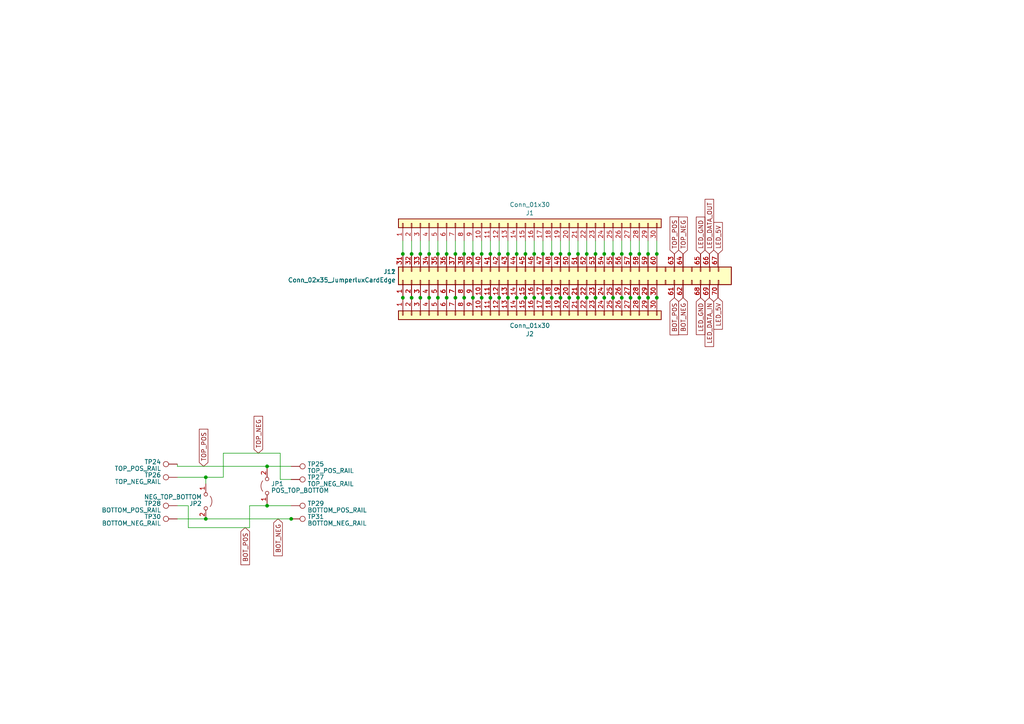
<source format=kicad_sch>
(kicad_sch (version 20230121) (generator eeschema)
  (paper "A4")
  (lib_symbols
    (symbol "Connector_Generic:Conn_01x30" (pin_names (offset 1.016) hide)
      (property "Reference" "J" (at 0 38.1 0))
      (property "Value" "Conn_01x30" (at 0 -40.64 0))
      (symbol "Conn_01x30_1_1"
        (rectangle (start -1.27 -37.973) (end 0 -38.227) (stroke (width 0.1524)))
        (rectangle (start -1.27 -35.433) (end 0 -35.687) (stroke (width 0.1524)))
        (rectangle (start -1.27 -32.893) (end 0 -33.147) (stroke (width 0.1524)))
        (rectangle (start -1.27 -30.353) (end 0 -30.607) (stroke (width 0.1524)))
        (rectangle (start -1.27 -27.813) (end 0 -28.067) (stroke (width 0.1524)))
        (rectangle (start -1.27 -25.273) (end 0 -25.527) (stroke (width 0.1524)))
        (rectangle (start -1.27 -22.733) (end 0 -22.987) (stroke (width 0.1524)))
        (rectangle (start -1.27 -20.193) (end 0 -20.447) (stroke (width 0.1524)))
        (rectangle (start -1.27 -17.653) (end 0 -17.907) (stroke (width 0.1524)))
        (rectangle (start -1.27 -15.113) (end 0 -15.367) (stroke (width 0.1524)))
        (rectangle (start -1.27 -12.573) (end 0 -12.827) (stroke (width 0.1524)))
        (rectangle (start -1.27 -10.033) (end 0 -10.287) (stroke (width 0.1524)))
        (rectangle (start -1.27 -7.493) (end 0 -7.747) (stroke (width 0.1524)))
        (rectangle (start -1.27 -4.953) (end 0 -5.207) (stroke (width 0.1524)))
        (rectangle (start -1.27 -2.413) (end 0 -2.667) (stroke (width 0.1524)))
        (rectangle (start -1.27 0.127) (end 0 -0.127) (stroke (width 0.1524)))
        (rectangle (start -1.27 2.667) (end 0 2.413) (stroke (width 0.1524)))
        (rectangle (start -1.27 5.207) (end 0 4.953) (stroke (width 0.1524)))
        (rectangle (start -1.27 7.747) (end 0 7.493) (stroke (width 0.1524)))
        (rectangle (start -1.27 10.287) (end 0 10.033) (stroke (width 0.1524)))
        (rectangle (start -1.27 12.827) (end 0 12.573) (stroke (width 0.1524)))
        (rectangle (start -1.27 15.367) (end 0 15.113) (stroke (width 0.1524)))
        (rectangle (start -1.27 17.907) (end 0 17.653) (stroke (width 0.1524)))
        (rectangle (start -1.27 20.447) (end 0 20.193) (stroke (width 0.1524)))
        (rectangle (start -1.27 22.987) (end 0 22.733) (stroke (width 0.1524)))
        (rectangle (start -1.27 25.527) (end 0 25.273) (stroke (width 0.1524)))
        (rectangle (start -1.27 28.067) (end 0 27.813) (stroke (width 0.1524)))
        (rectangle (start -1.27 30.607) (end 0 30.353) (stroke (width 0.1524)))
        (rectangle (start -1.27 33.147) (end 0 32.893) (stroke (width 0.1524)))
        (rectangle (start -1.27 35.687) (end 0 35.433) (stroke (width 0.1524)))
        (rectangle (start -1.27 36.83) (end 1.27 -39.37) (stroke (width 0.254)) (fill (type background)))
        (pin passive line (at -5.08 35.56 0) (length 3.81) (name "Pin_1") (number "1"))
        (pin passive line (at -5.08 12.7 0) (length 3.81) (name "Pin_10") (number "10"))
        (pin passive line (at -5.08 10.16 0) (length 3.81) (name "Pin_11") (number "11"))
        (pin passive line (at -5.08 7.62 0) (length 3.81) (name "Pin_12") (number "12"))
        (pin passive line (at -5.08 5.08 0) (length 3.81) (name "Pin_13") (number "13"))
        (pin passive line (at -5.08 2.54 0) (length 3.81) (name "Pin_14") (number "14"))
        (pin passive line (at -5.08 0 0) (length 3.81) (name "Pin_15") (number "15"))
        (pin passive line (at -5.08 -2.54 0) (length 3.81) (name "Pin_16") (number "16"))
        (pin passive line (at -5.08 -5.08 0) (length 3.81) (name "Pin_17") (number "17"))
        (pin passive line (at -5.08 -7.62 0) (length 3.81) (name "Pin_18") (number "18"))
        (pin passive line (at -5.08 -10.16 0) (length 3.81) (name "Pin_19") (number "19"))
        (pin passive line (at -5.08 33.02 0) (length 3.81) (name "Pin_2") (number "2"))
        (pin passive line (at -5.08 -12.7 0) (length 3.81) (name "Pin_20") (number "20"))
        (pin passive line (at -5.08 -15.24 0) (length 3.81) (name "Pin_21") (number "21"))
        (pin passive line (at -5.08 -17.78 0) (length 3.81) (name "Pin_22") (number "22"))
        (pin passive line (at -5.08 -20.32 0) (length 3.81) (name "Pin_23") (number "23"))
        (pin passive line (at -5.08 -22.86 0) (length 3.81) (name "Pin_24") (number "24"))
        (pin passive line (at -5.08 -25.4 0) (length 3.81) (name "Pin_25") (number "25"))
        (pin passive line (at -5.08 -27.94 0) (length 3.81) (name "Pin_26") (number "26"))
        (pin passive line (at -5.08 -30.48 0) (length 3.81) (name "Pin_27") (number "27"))
        (pin passive line (at -5.08 -33.02 0) (length 3.81) (name "Pin_28") (number "28"))
        (pin passive line (at -5.08 -35.56 0) (length 3.81) (name "Pin_29") (number "29"))
        (pin passive line (at -5.08 30.48 0) (length 3.81) (name "Pin_3") (number "3"))
        (pin passive line (at -5.08 -38.1 0) (length 3.81) (name "Pin_30") (number "30"))
        (pin passive line (at -5.08 27.94 0) (length 3.81) (name "Pin_4") (number "4"))
        (pin passive line (at -5.08 25.4 0) (length 3.81) (name "Pin_5") (number "5"))
        (pin passive line (at -5.08 22.86 0) (length 3.81) (name "Pin_6") (number "6"))
        (pin passive line (at -5.08 20.32 0) (length 3.81) (name "Pin_7") (number "7"))
        (pin passive line (at -5.08 17.78 0) (length 3.81) (name "Pin_8") (number "8"))
        (pin passive line (at -5.08 15.24 0) (length 3.81) (name "Pin_9") (number "9"))
      )
    )
    (symbol "Connector_Generic:Conn_02x35_JumperluxCardEdge" (pin_names (offset 1.016) hide)
      (property "Reference" "J" (at 1.27 45.72 0))
      (property "Value" "Conn_02x35_JumperluxCardEdge" (at 1.27 -54.61 0))
      (symbol "Conn_02x35_JumperluxCardEdge_1_1"
        (rectangle (start -1.27 -48.26) (end 0 -48.514) (stroke (width 0.1524)))
        (rectangle (start -1.27 -45.72) (end 0 -45.974) (stroke (width 0.1524)))
        (rectangle (start -1.27 -43.053) (end 0 -43.307) (stroke (width 0.1524)))
        (rectangle (start -1.27 -40.513) (end 0 -40.767) (stroke (width 0.1524)))
        (rectangle (start -1.27 -37.973) (end 0 -38.227) (stroke (width 0.1524)))
        (rectangle (start -1.27 -35.433) (end 0 -35.687) (stroke (width 0.1524)))
        (rectangle (start -1.27 -32.893) (end 0 -33.147) (stroke (width 0.1524)))
        (rectangle (start -1.27 -30.353) (end 0 -30.607) (stroke (width 0.1524)))
        (rectangle (start -1.27 -27.813) (end 0 -28.067) (stroke (width 0.1524)))
        (rectangle (start -1.27 -25.273) (end 0 -25.527) (stroke (width 0.1524)))
        (rectangle (start -1.27 -22.733) (end 0 -22.987) (stroke (width 0.1524)))
        (rectangle (start -1.27 -20.193) (end 0 -20.447) (stroke (width 0.1524)))
        (rectangle (start -1.27 -17.653) (end 0 -17.907) (stroke (width 0.1524)))
        (rectangle (start -1.27 -15.113) (end 0 -15.367) (stroke (width 0.1524)))
        (rectangle (start -1.27 -12.573) (end 0 -12.827) (stroke (width 0.1524)))
        (rectangle (start -1.27 -10.033) (end 0 -10.287) (stroke (width 0.1524)))
        (rectangle (start -1.27 -7.493) (end 0 -7.747) (stroke (width 0.1524)))
        (rectangle (start -1.27 -4.953) (end 0 -5.207) (stroke (width 0.1524)))
        (rectangle (start -1.27 -2.413) (end 0 -2.667) (stroke (width 0.1524)))
        (rectangle (start -1.27 0.127) (end 0 -0.127) (stroke (width 0.1524)))
        (rectangle (start -1.27 2.667) (end 0 2.413) (stroke (width 0.1524)))
        (rectangle (start -1.27 5.207) (end 0 4.953) (stroke (width 0.1524)))
        (rectangle (start -1.27 7.747) (end 0 7.493) (stroke (width 0.1524)))
        (rectangle (start -1.27 10.287) (end 0 10.033) (stroke (width 0.1524)))
        (rectangle (start -1.27 12.827) (end 0 12.573) (stroke (width 0.1524)))
        (rectangle (start -1.27 15.367) (end 0 15.113) (stroke (width 0.1524)))
        (rectangle (start -1.27 17.907) (end 0 17.653) (stroke (width 0.1524)))
        (rectangle (start -1.27 20.447) (end 0 20.193) (stroke (width 0.1524)))
        (rectangle (start -1.27 22.987) (end 0 22.733) (stroke (width 0.1524)))
        (rectangle (start -1.27 25.527) (end 0 25.273) (stroke (width 0.1524)))
        (rectangle (start -1.27 28.067) (end 0 27.813) (stroke (width 0.1524)))
        (rectangle (start -1.27 30.607) (end 0 30.353) (stroke (width 0.1524)))
        (rectangle (start -1.27 33.147) (end 0 32.893) (stroke (width 0.1524)))
        (rectangle (start -1.27 35.687) (end 0 35.433) (stroke (width 0.1524)))
        (rectangle (start -1.27 38.227) (end 0 37.973) (stroke (width 0.1524)))
        (rectangle (start -1.27 40.767) (end 0 40.513) (stroke (width 0.1524)))
        (rectangle (start -1.27 43.307) (end 0 43.053) (stroke (width 0.1524)))
        (rectangle (start -1.27 44.45) (end 3.81 -52.07) (stroke (width 0.254)) (fill (type background)))
        (rectangle (start 2.54 -48.26) (end 3.81 -48.514) (stroke (width 0.1524)))
        (rectangle (start 2.54 -45.72) (end 3.81 -45.974) (stroke (width 0.1524)))
        (rectangle (start 2.54 -40.513) (end 3.81 -40.767) (stroke (width 0.1524)))
        (rectangle (start 3.81 -43.053) (end 2.54 -43.307) (stroke (width 0.1524)))
        (rectangle (start 3.81 -37.973) (end 2.54 -38.227) (stroke (width 0.1524)))
        (rectangle (start 3.81 -35.433) (end 2.54 -35.687) (stroke (width 0.1524)))
        (rectangle (start 3.81 -32.893) (end 2.54 -33.147) (stroke (width 0.1524)))
        (rectangle (start 3.81 -30.353) (end 2.54 -30.607) (stroke (width 0.1524)))
        (rectangle (start 3.81 -27.813) (end 2.54 -28.067) (stroke (width 0.1524)))
        (rectangle (start 3.81 -25.273) (end 2.54 -25.527) (stroke (width 0.1524)))
        (rectangle (start 3.81 -22.733) (end 2.54 -22.987) (stroke (width 0.1524)))
        (rectangle (start 3.81 -20.193) (end 2.54 -20.447) (stroke (width 0.1524)))
        (rectangle (start 3.81 -17.653) (end 2.54 -17.907) (stroke (width 0.1524)))
        (rectangle (start 3.81 -15.113) (end 2.54 -15.367) (stroke (width 0.1524)))
        (rectangle (start 3.81 -12.573) (end 2.54 -12.827) (stroke (width 0.1524)))
        (rectangle (start 3.81 -10.033) (end 2.54 -10.287) (stroke (width 0.1524)))
        (rectangle (start 3.81 -7.493) (end 2.54 -7.747) (stroke (width 0.1524)))
        (rectangle (start 3.81 -4.953) (end 2.54 -5.207) (stroke (width 0.1524)))
        (rectangle (start 3.81 -2.413) (end 2.54 -2.667) (stroke (width 0.1524)))
        (rectangle (start 3.81 0.127) (end 2.54 -0.127) (stroke (width 0.1524)))
        (rectangle (start 3.81 2.667) (end 2.54 2.413) (stroke (width 0.1524)))
        (rectangle (start 3.81 5.207) (end 2.54 4.953) (stroke (width 0.1524)))
        (rectangle (start 3.81 7.747) (end 2.54 7.493) (stroke (width 0.1524)))
        (rectangle (start 3.81 10.287) (end 2.54 10.033) (stroke (width 0.1524)))
        (rectangle (start 3.81 12.827) (end 2.54 12.573) (stroke (width 0.1524)))
        (rectangle (start 3.81 15.367) (end 2.54 15.113) (stroke (width 0.1524)))
        (rectangle (start 3.81 17.907) (end 2.54 17.653) (stroke (width 0.1524)))
        (rectangle (start 3.81 20.447) (end 2.54 20.193) (stroke (width 0.1524)))
        (rectangle (start 3.81 22.987) (end 2.54 22.733) (stroke (width 0.1524)))
        (rectangle (start 3.81 25.527) (end 2.54 25.273) (stroke (width 0.1524)))
        (rectangle (start 3.81 28.067) (end 2.54 27.813) (stroke (width 0.1524)))
        (rectangle (start 3.81 30.607) (end 2.54 30.353) (stroke (width 0.1524)))
        (rectangle (start 3.81 33.147) (end 2.54 32.893) (stroke (width 0.1524)))
        (rectangle (start 3.81 35.687) (end 2.54 35.433) (stroke (width 0.1524)))
        (rectangle (start 3.81 38.227) (end 2.54 37.973) (stroke (width 0.1524)))
        (rectangle (start 3.81 40.767) (end 2.54 40.513) (stroke (width 0.1524)))
        (rectangle (start 3.81 43.307) (end 2.54 43.053) (stroke (width 0.1524)))
        (pin passive line (at -5.08 43.18 0) (length 3.81) (name "Pin_1") (number "1"))
        (pin passive line (at -5.08 20.32 0) (length 3.81) (name "Pin_10") (number "10"))
        (pin passive line (at -5.08 17.78 0) (length 3.81) (name "Pin_11") (number "11"))
        (pin passive line (at -5.08 15.24 0) (length 3.81) (name "Pin_12") (number "12"))
        (pin passive line (at -5.08 12.7 0) (length 3.81) (name "Pin_13") (number "13"))
        (pin passive line (at -5.08 10.16 0) (length 3.81) (name "Pin_14") (number "14"))
        (pin passive line (at -5.08 7.62 0) (length 3.81) (name "Pin_15") (number "15"))
        (pin passive line (at -5.08 5.08 0) (length 3.81) (name "Pin_16") (number "16"))
        (pin passive line (at -5.08 2.54 0) (length 3.81) (name "Pin_17") (number "17"))
        (pin passive line (at -5.08 0 0) (length 3.81) (name "Pin_18") (number "18"))
        (pin passive line (at -5.08 -2.54 0) (length 3.81) (name "Pin_19") (number "19"))
        (pin passive line (at -5.08 40.64 0) (length 3.81) (name "Pin_2") (number "2"))
        (pin passive line (at -5.08 -5.08 0) (length 3.81) (name "Pin_20") (number "20"))
        (pin passive line (at -5.08 -7.62 0) (length 3.81) (name "Pin_21") (number "21"))
        (pin passive line (at -5.08 -10.16 0) (length 3.81) (name "Pin_22") (number "22"))
        (pin passive line (at -5.08 -12.7 0) (length 3.81) (name "Pin_23") (number "23"))
        (pin passive line (at -5.08 -15.24 0) (length 3.81) (name "Pin_24") (number "24"))
        (pin passive line (at -5.08 -17.78 0) (length 3.81) (name "Pin_25") (number "25"))
        (pin passive line (at -5.08 -20.32 0) (length 3.81) (name "Pin_26") (number "26"))
        (pin passive line (at -5.08 -22.86 0) (length 3.81) (name "Pin_27") (number "27"))
        (pin passive line (at -5.08 -25.4 0) (length 3.81) (name "Pin_28") (number "28"))
        (pin passive line (at -5.08 -27.94 0) (length 3.81) (name "Pin_29") (number "29"))
        (pin passive line (at -5.08 38.1 0) (length 3.81) (name "Pin_3") (number "3"))
        (pin passive line (at -5.08 -30.48 0) (length 3.81) (name "Pin_30") (number "30"))
        (pin passive line (at 7.62 43.18 180) (length 3.81) (name "Pin_31") (number "31"))
        (pin passive line (at 7.62 40.64 180) (length 3.81) (name "Pin_32") (number "32"))
        (pin passive line (at 7.62 38.1 180) (length 3.81) (name "Pin_33") (number "33"))
        (pin passive line (at 7.62 35.56 180) (length 3.81) (name "Pin_34") (number "34"))
        (pin passive line (at 7.62 33.02 180) (length 3.81) (name "Pin_35") (number "35"))
        (pin passive line (at 7.62 30.48 180) (length 3.81) (name "Pin_36") (number "36"))
        (pin passive line (at 7.62 27.94 180) (length 3.81) (name "Pin_37") (number "37"))
        (pin passive line (at 7.62 25.4 180) (length 3.81) (name "Pin_38") (number "38"))
        (pin passive line (at 7.62 22.86 180) (length 3.81) (name "Pin_39") (number "39"))
        (pin passive line (at -5.08 35.56 0) (length 3.81) (name "Pin_4") (number "4"))
        (pin passive line (at 7.62 20.32 180) (length 3.81) (name "Pin_40") (number "40"))
        (pin passive line (at 7.62 17.78 180) (length 3.81) (name "Pin_41") (number "41"))
        (pin passive line (at 7.62 15.24 180) (length 3.81) (name "Pin_42") (number "42"))
        (pin passive line (at 7.62 12.7 180) (length 3.81) (name "Pin_43") (number "43"))
        (pin passive line (at 7.62 10.16 180) (length 3.81) (name "Pin_44") (number "44"))
        (pin passive line (at 7.62 7.62 180) (length 3.81) (name "Pin_45") (number "45"))
        (pin passive line (at 7.62 5.08 180) (length 3.81) (name "Pin_46") (number "46"))
        (pin passive line (at 7.62 2.54 180) (length 3.81) (name "Pin_47") (number "47"))
        (pin passive line (at 7.62 0 180) (length 3.81) (name "Pin_48") (number "48"))
        (pin passive line (at 7.62 -2.54 180) (length 3.81) (name "Pin_49") (number "49"))
        (pin passive line (at -5.08 33.02 0) (length 3.81) (name "Pin_5") (number "5"))
        (pin passive line (at 7.62 -5.08 180) (length 3.81) (name "Pin_50") (number "50"))
        (pin passive line (at 7.62 -7.62 180) (length 3.81) (name "Pin_51") (number "51"))
        (pin passive line (at 7.62 -10.16 180) (length 3.81) (name "Pin_52") (number "52"))
        (pin passive line (at 7.62 -12.7 180) (length 3.81) (name "Pin_53") (number "53"))
        (pin passive line (at 7.62 -15.24 180) (length 3.81) (name "Pin_54") (number "54"))
        (pin passive line (at 7.62 -17.78 180) (length 3.81) (name "Pin_55") (number "55"))
        (pin passive line (at 7.62 -20.32 180) (length 3.81) (name "Pin_56") (number "56"))
        (pin passive line (at 7.62 -22.86 180) (length 3.81) (name "Pin_57") (number "57"))
        (pin passive line (at 7.62 -25.4 180) (length 3.81) (name "Pin_58") (number "58"))
        (pin passive line (at 7.62 -27.94 180) (length 3.81) (name "Pin_59") (number "59"))
        (pin passive line (at -5.08 30.48 0) (length 3.81) (name "Pin_6") (number "6"))
        (pin passive line (at 7.62 -30.48 180) (length 3.81) (name "Pin_60") (number "60"))
        (pin passive line (at -5.08 -35.56 0) (length 3.81) (name "Pin_61") (number "61"))
        (pin passive line (at -5.08 -38.1 0) (length 3.81) (name "Pin_62") (number "62"))
        (pin passive line (at 7.62 -35.56 180) (length 3.81) (name "Pin_63") (number "63"))
        (pin passive line (at 7.62 -38.1 180) (length 3.81) (name "Pin_64") (number "64"))
        (pin passive line (at 7.62 -43.18 180) (length 3.81) (name "Pin_65") (number "65"))
        (pin passive line (at 7.62 -45.72 180) (length 3.81) (name "Pin_66") (number "66"))
        (pin passive line (at 7.62 -48.26 180) (length 3.81) (name "Pin_67") (number "67"))
        (pin passive line (at -5.08 -43.18 0) (length 3.81) (name "Pin_68") (number "68"))
        (pin passive line (at -5.08 -45.72 0) (length 3.81) (name "Pin_69") (number "69"))
        (pin passive line (at -5.08 27.94 0) (length 3.81) (name "Pin_7") (number "7"))
        (pin passive line (at -5.08 -48.26 0) (length 3.81) (name "Pin_70") (number "70"))
        (pin passive line (at -5.08 25.4 0) (length 3.81) (name "Pin_8") (number "8"))
        (pin passive line (at -5.08 22.86 0) (length 3.81) (name "Pin_9") (number "9"))
      )
    )
    (symbol "Jumper:Jumper_2_Open" (pin_names (offset 0) hide)
      (property "Reference" "JP" (at 0 2.794 0))
      (property "Value" "Jumper_2_Open" (at 0 -2.286 0))
      (symbol "Jumper_2_Open_0_0"
        (circle (center -2.032 0) (radius 0.508))
        (circle (center 2.032 0) (radius 0.508))
      )
      (symbol "Jumper_2_Open_0_1"
        (arc (start 1.524 1.27) (mid 0 1.778) (end -1.524 1.27))
      )
      (symbol "Jumper_2_Open_1_1"
        (pin passive line (at -5.08 0 0) (length 2.54) (name "A") (number "1"))
        (pin passive line (at 5.08 0 180) (length 2.54) (name "B") (number "2"))
      )
    )
    (symbol "JumperlessSymbols:TestPoint" (pin_numbers hide) (pin_names (offset 0.762) hide)
      (property "Reference" "TP" (at 0 6.858 0))
      (property "Value" "TestPoint" (at 0 5.08 0))
      (symbol "TestPoint_0_1"
        (circle (center 0 3.302) (radius 0.762))
      )
      (symbol "TestPoint_1_1"
        (pin passive line (at 0 0 90) (length 2.54) (name "1") (number "1"))
      )
    )
  )
  (junction (at 127 73.66))
  (junction (at 142.24 73.66))
  (junction (at 182.88 73.66))
  (junction (at 132.08 86.36))
  (junction (at 160.02 86.36))
  (junction (at 165.1 86.36))
  (junction (at 172.72 73.66))
  (junction (at 119.38 86.36))
  (junction (at 147.32 86.36))
  (junction (at 182.88 86.36))
  (junction (at 172.72 86.36))
  (junction (at 127 86.36))
  (junction (at 144.78 86.36))
  (junction (at 185.42 86.36))
  (junction (at 167.64 86.36))
  (junction (at 157.48 86.36))
  (junction (at 124.46 73.66))
  (junction (at 142.24 86.36))
  (junction (at 187.96 73.66))
  (junction (at 139.7 73.66))
  (junction (at 165.1 73.66))
  (junction (at 84.455 150.495))
  (junction (at 177.8 86.36))
  (junction (at 147.32 73.66))
  (junction (at 170.18 73.66))
  (junction (at 132.08 73.66))
  (junction (at 154.94 73.66))
  (junction (at 187.96 86.36))
  (junction (at 180.34 86.36))
  (junction (at 157.48 73.66))
  (junction (at 162.56 86.36))
  (junction (at 185.42 73.66))
  (junction (at 121.92 73.66))
  (junction (at 124.46 86.36))
  (junction (at 116.84 73.66))
  (junction (at 137.16 86.36))
  (junction (at 190.5 73.66))
  (junction (at 167.64 73.66))
  (junction (at 144.78 73.66))
  (junction (at 77.47 135.255))
  (junction (at 119.38 73.66))
  (junction (at 175.26 86.36))
  (junction (at 121.92 86.36))
  (junction (at 154.94 86.36))
  (junction (at 177.8 73.66))
  (junction (at 116.84 86.36))
  (junction (at 190.5 86.36))
  (junction (at 149.86 73.66))
  (junction (at 180.34 73.66))
  (junction (at 149.86 86.36))
  (junction (at 129.54 86.36))
  (junction (at 139.7 86.36))
  (junction (at 129.54 73.66))
  (junction (at 170.18 86.36))
  (junction (at 134.62 73.66))
  (junction (at 152.4 86.36))
  (junction (at 59.69 150.495))
  (junction (at 134.62 86.36))
  (junction (at 59.69 138.43))
  (junction (at 152.4 73.66))
  (junction (at 160.02 73.66))
  (junction (at 175.26 73.66))
  (junction (at 162.56 73.66))
  (junction (at 77.47 146.685))
  (junction (at 137.16 73.66))
  (wire (pts (xy 64.77 138.43) (xy 59.69 138.43)))
  (wire (pts (xy 84.455 135.255) (xy 77.47 135.255)))
  (wire (pts (xy 77.47 135.255) (xy 51.435 135.255)))
  (wire (pts (xy 81.28 139.065) (xy 81.28 131.445)))
  (wire (pts (xy 187.96 69.85) (xy 187.96 73.66)))
  (wire (pts (xy 142.24 69.85) (xy 142.24 73.66)))
  (wire (pts (xy 84.455 139.065) (xy 81.28 139.065)))
  (wire (pts (xy 77.47 146.05) (xy 77.47 146.685)))
  (wire (pts (xy 132.08 69.85) (xy 132.08 73.66)))
  (wire (pts (xy 116.84 69.85) (xy 116.84 73.66)))
  (wire (pts (xy 147.32 69.85) (xy 147.32 73.66)))
  (wire (pts (xy 185.42 69.85) (xy 185.42 73.66)))
  (wire (pts (xy 180.34 69.85) (xy 180.34 73.66)))
  (wire (pts (xy 129.54 69.85) (xy 129.54 73.66)))
  (wire (pts (xy 190.5 69.85) (xy 190.5 73.66)))
  (wire (pts (xy 177.8 69.85) (xy 177.8 73.66)))
  (wire (pts (xy 175.26 69.85) (xy 175.26 73.66)))
  (wire (pts (xy 134.62 69.85) (xy 134.62 73.66)))
  (wire (pts (xy 54.61 153.035) (xy 72.39 153.035)))
  (wire (pts (xy 124.46 69.85) (xy 124.46 73.66)))
  (wire (pts (xy 77.47 135.255) (xy 77.47 135.89)))
  (wire (pts (xy 119.38 69.85) (xy 119.38 73.66)))
  (wire (pts (xy 165.1 69.85) (xy 165.1 73.66)))
  (wire (pts (xy 72.39 153.035) (xy 72.39 146.685)))
  (wire (pts (xy 81.28 131.445) (xy 64.77 131.445)))
  (wire (pts (xy 149.86 69.85) (xy 149.86 73.66)))
  (wire (pts (xy 162.56 69.85) (xy 162.56 73.66)))
  (wire (pts (xy 84.455 150.495) (xy 85.09 150.495)))
  (wire (pts (xy 137.16 69.85) (xy 137.16 73.66)))
  (wire (pts (xy 398.145 25.4) (xy 398.145 15.875)))
  (wire (pts (xy 160.02 69.85) (xy 160.02 73.66)))
  (wire (pts (xy 172.72 69.85) (xy 172.72 73.66)))
  (wire (pts (xy 72.39 146.685) (xy 77.47 146.685)))
  (wire (pts (xy 54.61 146.685) (xy 54.61 153.035)))
  (wire (pts (xy 64.77 131.445) (xy 64.77 138.43)))
  (wire (pts (xy 59.69 140.335) (xy 59.69 138.43)))
  (wire (pts (xy 59.69 138.43) (xy 51.435 138.43)))
  (wire (pts (xy 167.64 69.85) (xy 167.64 73.66)))
  (wire (pts (xy 51.435 150.495) (xy 59.69 150.495)))
  (wire (pts (xy 139.7 69.85) (xy 139.7 73.66)))
  (wire (pts (xy 144.78 69.85) (xy 144.78 73.66)))
  (wire (pts (xy 157.48 69.85) (xy 157.48 73.66)))
  (wire (pts (xy 152.4 69.85) (xy 152.4 73.66)))
  (wire (pts (xy 51.435 146.685) (xy 54.61 146.685)))
  (wire (pts (xy 182.88 69.85) (xy 182.88 73.66)))
  (wire (pts (xy 127 69.85) (xy 127 73.66)))
  (wire (pts (xy 59.69 150.495) (xy 84.455 150.495)))
  (wire (pts (xy 170.18 69.85) (xy 170.18 73.66)))
  (wire (pts (xy 51.435 135.255) (xy 51.435 134.62)))
  (wire (pts (xy 121.92 69.85) (xy 121.92 73.66)))
  (wire (pts (xy 77.47 146.685) (xy 84.455 146.685)))
  (wire (pts (xy 154.94 69.85) (xy 154.94 73.66)))
  (global_label "TOP_POS" (shape input) (at 59.055 135.255 90) (property "Intersheetrefs" "${INTERSHEET_REFS}" (effects hide)))
  (global_label "LED_GND" (shape input) (at 203.2 73.66 90) (property "Intersheetrefs" "${INTERSHEET_REFS}" (effects hide)))
  (global_label "BOT_POS" (shape input) (at 71.12 153.035 270) (property "Intersheetrefs" "${INTERSHEET_REFS}" (effects hide)))
  (global_label "TOP_NEG" (shape input) (at 74.93 131.445 90) (property "Intersheetrefs" "${INTERSHEET_REFS}" (effects hide)))
  (global_label "LED_DATA_IN" (shape input) (at 205.74 86.36 270) (property "Intersheetrefs" "${INTERSHEET_REFS}" (effects hide)))
  (global_label "BOT_NEG" (shape input) (at 198.12 86.36 270) (property "Intersheetrefs" "${INTERSHEET_REFS}" (effects hide)))
  (global_label "BOT_POS" (shape input) (at 195.58 86.36 270) (property "Intersheetrefs" "${INTERSHEET_REFS}" (effects hide)))
  (global_label "BOT_NEG" (shape input) (at 80.645 150.495 270) (property "Intersheetrefs" "${INTERSHEET_REFS}" (effects hide)))
  (global_label "TOP_NEG" (shape input) (at 198.12 73.66 90) (property "Intersheetrefs" "${INTERSHEET_REFS}" (effects hide)))
  (global_label "TOP_POS" (shape input) (at 195.58 73.66 90) (property "Intersheetrefs" "${INTERSHEET_REFS}" (effects hide)))
  (global_label "LED_5V" (shape input) (at 208.28 86.36 270) (property "Intersheetrefs" "${INTERSHEET_REFS}" (effects hide)))
  (global_label "LED_DATA_OUT" (shape input) (at 205.74 73.66 90) (property "Intersheetrefs" "${INTERSHEET_REFS}" (effects hide)))
  (global_label "LED_GND" (shape input) (at 203.2 86.36 270) (property "Intersheetrefs" "${INTERSHEET_REFS}" (effects hide)))
  (global_label "LED_5V" (shape input) (at 208.28 73.66 90) (property "Intersheetrefs" "${INTERSHEET_REFS}" (effects hide)))
  (symbol (lib_id "Jumper:Jumper_2_Open") (at 77.47 140.97 90) (unit 1)
    (property "Reference" "JP1" (at 78.613 140.3263 90) (effects (justify right)))
    (property "Value" "POS_TOP_BOTTOM" (at 78.613 142.2473 90) (effects (justify right)))
    (property "Footprint" "Jumper:SolderJumper-2_P1.3mm_Open_RoundedPad1.0x1.5mm" (effects hide))
  )
  (symbol (lib_id "Connector_Generic:Conn_01x30") (at 152.4 64.77 90) (unit 1)
    (property "Reference" "J1" (at 153.67 61.7799 90))
    (property "Value" "Conn_01x30" (at 153.67 59.3557 90))
    (property "Footprint" "JumperlessFootprints:ProtoboardRow" (effects hide))
  )
  (symbol (lib_id "JumperlessSymbols:TestPoint") (at 51.435 138.43 90) (mirror x) (unit 1)
    (property "Reference" "TP26" (at 46.736 137.7863 90) (effects (justify left)))
    (property "Value" "TOP_NEG_RAIL" (at 46.736 139.7073 90) (effects (justify left)))
    (property "Footprint" "Connector_PinHeader_2.54mm:PinHeader_1x01_P2.54mm_Vertical_Rounded" (effects hide))
  )
  (symbol (lib_id "Connector_Generic:Conn_01x30") (at 152.4 91.44 90) (mirror x) (unit 1)
    (property "Reference" "J2" (at 153.67 96.8543 90))
    (property "Value" "Conn_01x30" (at 153.67 94.4301 90))
    (property "Footprint" "JumperlessFootprints:ProtoboardRow" (effects hide))
  )
  (symbol (lib_id "Connector_Generic:Conn_02x35_JumperluxCardEdge") (at 160.02 81.28 90) (unit 1)
    (property "Reference" "J12" (at 114.8081 78.7979 90) (effects (justify left)))
    (property "Value" "Conn_02x35_JumperluxCardEdge" (at 114.8081 81.2221 90) (effects (justify left)))
    (property "Footprint" "JumperlessFootprints:HEE70LP03BK_Daughter_Penis" (effects hide))
  )
  (symbol (lib_id "JumperlessSymbols:TestPoint") (at 51.435 146.685 90) (mirror x) (unit 1)
    (property "Reference" "TP28" (at 46.736 146.0413 90) (effects (justify left)))
    (property "Value" "BOTTOM_POS_RAIL" (at 46.736 147.9623 90) (effects (justify left)))
    (property "Footprint" "Connector_PinHeader_2.54mm:PinHeader_1x01_P2.54mm_Vertical_Rounded" (effects hide))
  )
  (symbol (lib_id "JumperlessSymbols:TestPoint") (at 84.455 139.065 270) (unit 1)
    (property "Reference" "TP27" (at 89.154 138.4213 90) (effects (justify left)))
    (property "Value" "TOP_NEG_RAIL" (at 89.154 140.3423 90) (effects (justify left)))
    (property "Footprint" "Connector_PinHeader_2.54mm:PinHeader_1x01_P2.54mm_Vertical_Rounded" (effects hide))
  )
  (symbol (lib_id "Connector_Generic:Conn_02x35_JumperluxCardEdge") (at 160.02 81.28 90) (unit 1)
    (property "Reference" "J11" (at 114.8081 78.7979 90) (effects (justify left)))
    (property "Value" "Conn_02x35_JumperluxCardEdge" (at 114.8081 81.2221 90) (effects (justify left)))
    (property "Footprint" "JumperlessFootprints:HEE70LP03BK_Daughter_Penis" (effects hide))
  )
  (symbol (lib_id "JumperlessSymbols:TestPoint") (at 84.455 146.685 270) (unit 1)
    (property "Reference" "TP29" (at 89.154 146.0413 90) (effects (justify left)))
    (property "Value" "BOTTOM_POS_RAIL" (at 89.154 147.9623 90) (effects (justify left)))
    (property "Footprint" "Connector_PinHeader_2.54mm:PinHeader_1x01_P2.54mm_Vertical_Rounded" (effects hide))
  )
  (symbol (lib_id "Jumper:Jumper_2_Open") (at 59.69 145.415 270) (unit 1)
    (property "Reference" "JP2" (at 58.547 146.0587 90) (effects (justify right)))
    (property "Value" "NEG_TOP_BOTTOM" (at 58.547 144.1377 90) (effects (justify right)))
    (property "Footprint" "Jumper:SolderJumper-2_P1.3mm_Open_RoundedPad1.0x1.5mm" (effects hide))
  )
  (symbol (lib_id "JumperlessSymbols:TestPoint") (at 84.455 135.255 270) (unit 1)
    (property "Reference" "TP25" (at 89.154 134.6113 90) (effects (justify left)))
    (property "Value" "TOP_POS_RAIL" (at 89.154 136.5323 90) (effects (justify left)))
    (property "Footprint" "Connector_PinHeader_2.54mm:PinHeader_1x01_P2.54mm_Vertical_Rounded" (effects hide))
  )
  (symbol (lib_id "JumperlessSymbols:TestPoint") (at 84.455 150.495 270) (unit 1)
    (property "Reference" "TP31" (at 89.154 149.8513 90) (effects (justify left)))
    (property "Value" "BOTTOM_NEG_RAIL" (at 89.154 151.7723 90) (effects (justify left)))
    (property "Footprint" "Connector_PinHeader_2.54mm:PinHeader_1x01_P2.54mm_Vertical_Rounded" (effects hide))
  )
  (symbol (lib_id "JumperlessSymbols:TestPoint") (at 51.435 134.62 90) (mirror x) (unit 1)
    (property "Reference" "TP24" (at 46.736 133.9763 90) (effects (justify left)))
    (property "Value" "TOP_POS_RAIL" (at 46.736 135.8973 90) (effects (justify left)))
    (property "Footprint" "Connector_PinHeader_2.54mm:PinHeader_1x01_P2.54mm_Vertical_Rounded" (effects hide))
  )
  (symbol (lib_id "JumperlessSymbols:TestPoint") (at 51.435 150.495 90) (mirror x) (unit 1)
    (property "Reference" "TP30" (at 46.736 149.8513 90) (effects (justify left)))
    (property "Value" "BOTTOM_NEG_RAIL" (at 46.736 151.7723 90) (effects (justify left)))
    (property "Footprint" "Connector_PinHeader_2.54mm:PinHeader_1x01_P2.54mm_Vertical_Rounded" (effects hide))
  )
)
</source>
